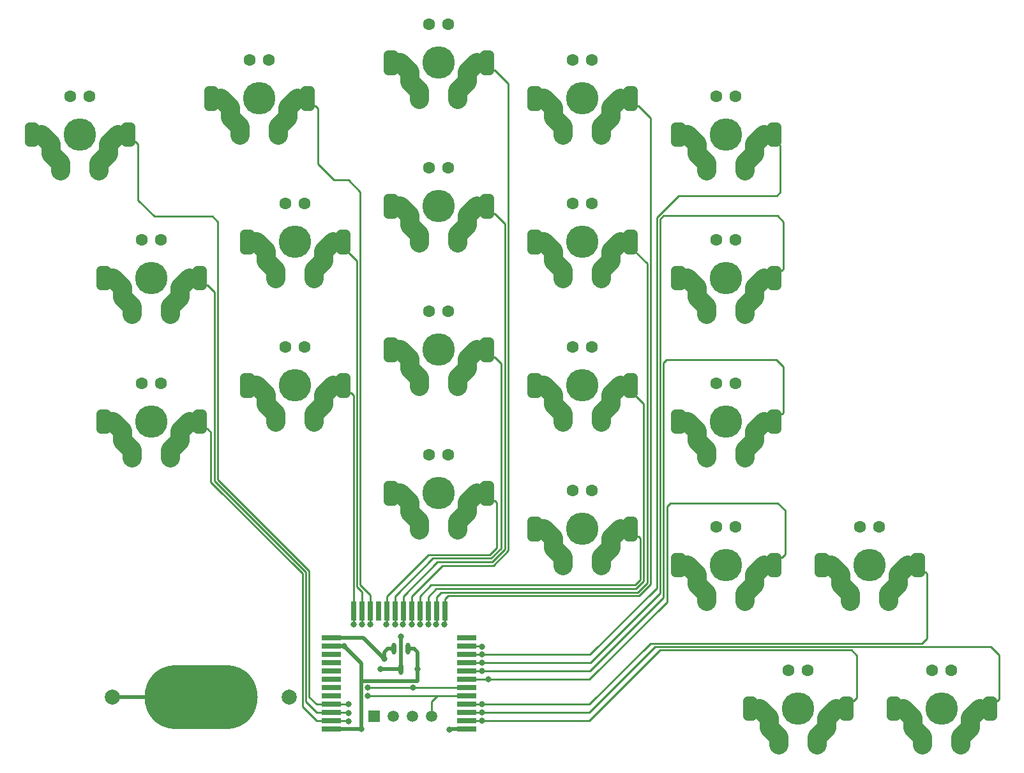
<source format=gbl>
G04 #@! TF.GenerationSoftware,KiCad,Pcbnew,(5.0.0-rc2-dev-301-g33f795be4)*
G04 #@! TF.CreationDate,2018-03-30T23:59:37+02:00*
G04 #@! TF.ProjectId,kissboard,6B697373626F6172642E6B696361645F,rev?*
G04 #@! TF.SameCoordinates,Original*
G04 #@! TF.FileFunction,Copper,L2,Bot,Signal*
G04 #@! TF.FilePolarity,Positive*
%FSLAX46Y46*%
G04 Gerber Fmt 4.6, Leading zero omitted, Abs format (unit mm)*
G04 Created by KiCad (PCBNEW (5.0.0-rc2-dev-301-g33f795be4)) date 03/30/18 23:59:37*
%MOMM*%
%LPD*%
G01*
G04 APERTURE LIST*
%ADD10C,1.000000*%
%ADD11O,2.500000X1.800000*%
%ADD12C,2.500000*%
%ADD13C,2.000000*%
%ADD14C,4.300000*%
%ADD15C,1.600000*%
%ADD16C,1.500000*%
%ADD17R,1.500000X1.500000*%
%ADD18O,15.000000X8.500000*%
%ADD19O,0.650000X1.550000*%
%ADD20R,0.800000X2.500000*%
%ADD21R,2.500000X0.800000*%
%ADD22C,0.800000*%
%ADD23C,0.250000*%
%ADD24C,1.270000*%
%ADD25C,2.540000*%
%ADD26C,0.500000*%
G04 APERTURE END LIST*
D10*
X150462500Y-115681250D03*
X150462500Y-117681250D03*
X150462500Y-116681250D03*
D11*
X159702500Y-121558050D03*
D12*
X153352500Y-119221250D03*
D11*
X154622500Y-121558050D03*
D12*
X160972500Y-119221250D03*
D13*
X152082500Y-116681250D03*
X162242500Y-116681250D03*
D14*
X157162500Y-116681250D03*
D10*
X163862500Y-116681250D03*
X163862500Y-115681250D03*
X163862500Y-117681250D03*
D15*
X158432500Y-111601250D03*
X155892500Y-111601250D03*
D16*
X89535000Y-117729000D03*
X86995000Y-117729000D03*
X84455000Y-117729000D03*
D17*
X81915000Y-117729000D03*
D13*
X47228000Y-115189000D03*
X70628000Y-115189000D03*
D18*
X58928000Y-115189000D03*
D10*
X45687500Y-77581250D03*
X45687500Y-79581250D03*
X45687500Y-78581250D03*
D11*
X54927500Y-83458050D03*
D12*
X48577500Y-81121250D03*
D11*
X49847500Y-83458050D03*
D12*
X56197500Y-81121250D03*
D13*
X47307500Y-78581250D03*
X57467500Y-78581250D03*
D14*
X52387500Y-78581250D03*
D10*
X59087500Y-78581250D03*
X59087500Y-77581250D03*
X59087500Y-79581250D03*
D15*
X53657500Y-73501250D03*
X51117500Y-73501250D03*
X65405000Y-30638750D03*
X67945000Y-30638750D03*
D10*
X73375000Y-36718750D03*
X73375000Y-34718750D03*
X73375000Y-35718750D03*
D14*
X66675000Y-35718750D03*
D13*
X71755000Y-35718750D03*
X61595000Y-35718750D03*
D12*
X70485000Y-38258750D03*
D11*
X64135000Y-40595550D03*
D12*
X62865000Y-38258750D03*
D11*
X69215000Y-40595550D03*
D10*
X59975000Y-35718750D03*
X59975000Y-36718750D03*
X59975000Y-34718750D03*
X83787500Y-29956250D03*
X83787500Y-31956250D03*
X83787500Y-30956250D03*
D11*
X93027500Y-35833050D03*
D12*
X86677500Y-33496250D03*
D11*
X87947500Y-35833050D03*
D12*
X94297500Y-33496250D03*
D13*
X85407500Y-30956250D03*
X95567500Y-30956250D03*
D14*
X90487500Y-30956250D03*
D10*
X97187500Y-30956250D03*
X97187500Y-29956250D03*
X97187500Y-31956250D03*
D15*
X91757500Y-25876250D03*
X89217500Y-25876250D03*
X108267500Y-30638750D03*
X110807500Y-30638750D03*
D10*
X116237500Y-36718750D03*
X116237500Y-34718750D03*
X116237500Y-35718750D03*
D14*
X109537500Y-35718750D03*
D13*
X114617500Y-35718750D03*
X104457500Y-35718750D03*
D12*
X113347500Y-38258750D03*
D11*
X106997500Y-40595550D03*
D12*
X105727500Y-38258750D03*
D11*
X112077500Y-40595550D03*
D10*
X102837500Y-35718750D03*
X102837500Y-36718750D03*
X102837500Y-34718750D03*
X121887500Y-39481250D03*
X121887500Y-41481250D03*
X121887500Y-40481250D03*
D11*
X131127500Y-45358050D03*
D12*
X124777500Y-43021250D03*
D11*
X126047500Y-45358050D03*
D12*
X132397500Y-43021250D03*
D13*
X123507500Y-40481250D03*
X133667500Y-40481250D03*
D14*
X128587500Y-40481250D03*
D10*
X135287500Y-40481250D03*
X135287500Y-39481250D03*
X135287500Y-41481250D03*
D15*
X129857500Y-35401250D03*
X127317500Y-35401250D03*
X51117500Y-54451250D03*
X53657500Y-54451250D03*
D10*
X59087500Y-60531250D03*
X59087500Y-58531250D03*
X59087500Y-59531250D03*
D14*
X52387500Y-59531250D03*
D13*
X57467500Y-59531250D03*
X47307500Y-59531250D03*
D12*
X56197500Y-62071250D03*
D11*
X49847500Y-64408050D03*
D12*
X48577500Y-62071250D03*
D11*
X54927500Y-64408050D03*
D10*
X45687500Y-59531250D03*
X45687500Y-60531250D03*
X45687500Y-58531250D03*
X64737500Y-53768750D03*
X64737500Y-55768750D03*
X64737500Y-54768750D03*
D11*
X73977500Y-59645550D03*
D12*
X67627500Y-57308750D03*
D11*
X68897500Y-59645550D03*
D12*
X75247500Y-57308750D03*
D13*
X66357500Y-54768750D03*
X76517500Y-54768750D03*
D14*
X71437500Y-54768750D03*
D10*
X78137500Y-54768750D03*
X78137500Y-53768750D03*
X78137500Y-55768750D03*
D15*
X72707500Y-49688750D03*
X70167500Y-49688750D03*
X89217500Y-44926250D03*
X91757500Y-44926250D03*
D10*
X97187500Y-51006250D03*
X97187500Y-49006250D03*
X97187500Y-50006250D03*
D14*
X90487500Y-50006250D03*
D13*
X95567500Y-50006250D03*
X85407500Y-50006250D03*
D12*
X94297500Y-52546250D03*
D11*
X87947500Y-54883050D03*
D12*
X86677500Y-52546250D03*
D11*
X93027500Y-54883050D03*
D10*
X83787500Y-50006250D03*
X83787500Y-51006250D03*
X83787500Y-49006250D03*
X102837500Y-53768750D03*
X102837500Y-55768750D03*
X102837500Y-54768750D03*
D11*
X112077500Y-59645550D03*
D12*
X105727500Y-57308750D03*
D11*
X106997500Y-59645550D03*
D12*
X113347500Y-57308750D03*
D13*
X104457500Y-54768750D03*
X114617500Y-54768750D03*
D14*
X109537500Y-54768750D03*
D10*
X116237500Y-54768750D03*
X116237500Y-53768750D03*
X116237500Y-55768750D03*
D15*
X110807500Y-49688750D03*
X108267500Y-49688750D03*
X127317500Y-54451250D03*
X129857500Y-54451250D03*
D10*
X135287500Y-60531250D03*
X135287500Y-58531250D03*
X135287500Y-59531250D03*
D14*
X128587500Y-59531250D03*
D13*
X133667500Y-59531250D03*
X123507500Y-59531250D03*
D12*
X132397500Y-62071250D03*
D11*
X126047500Y-64408050D03*
D12*
X124777500Y-62071250D03*
D11*
X131127500Y-64408050D03*
D10*
X121887500Y-59531250D03*
X121887500Y-60531250D03*
X121887500Y-58531250D03*
X102837500Y-72818750D03*
X102837500Y-74818750D03*
X102837500Y-73818750D03*
D11*
X112077500Y-78695550D03*
D12*
X105727500Y-76358750D03*
D11*
X106997500Y-78695550D03*
D12*
X113347500Y-76358750D03*
D13*
X104457500Y-73818750D03*
X114617500Y-73818750D03*
D14*
X109537500Y-73818750D03*
D10*
X116237500Y-73818750D03*
X116237500Y-72818750D03*
X116237500Y-74818750D03*
D15*
X110807500Y-68738750D03*
X108267500Y-68738750D03*
X127317500Y-73501250D03*
X129857500Y-73501250D03*
D10*
X135287500Y-79581250D03*
X135287500Y-77581250D03*
X135287500Y-78581250D03*
D14*
X128587500Y-78581250D03*
D13*
X133667500Y-78581250D03*
X123507500Y-78581250D03*
D12*
X132397500Y-81121250D03*
D11*
X126047500Y-83458050D03*
D12*
X124777500Y-81121250D03*
D11*
X131127500Y-83458050D03*
D10*
X121887500Y-78581250D03*
X121887500Y-79581250D03*
X121887500Y-77581250D03*
X83787500Y-87106250D03*
X83787500Y-89106250D03*
X83787500Y-88106250D03*
D11*
X93027500Y-92983050D03*
D12*
X86677500Y-90646250D03*
D11*
X87947500Y-92983050D03*
D12*
X94297500Y-90646250D03*
D13*
X85407500Y-88106250D03*
X95567500Y-88106250D03*
D14*
X90487500Y-88106250D03*
D10*
X97187500Y-88106250D03*
X97187500Y-87106250D03*
X97187500Y-89106250D03*
D15*
X91757500Y-83026250D03*
X89217500Y-83026250D03*
X108267500Y-87788750D03*
X110807500Y-87788750D03*
D10*
X116237500Y-93868750D03*
X116237500Y-91868750D03*
X116237500Y-92868750D03*
D14*
X109537500Y-92868750D03*
D13*
X114617500Y-92868750D03*
X104457500Y-92868750D03*
D12*
X113347500Y-95408750D03*
D11*
X106997500Y-97745550D03*
D12*
X105727500Y-95408750D03*
D11*
X112077500Y-97745550D03*
D10*
X102837500Y-92868750D03*
X102837500Y-93868750D03*
X102837500Y-91868750D03*
X121887500Y-96631250D03*
X121887500Y-98631250D03*
X121887500Y-97631250D03*
D11*
X131127500Y-102508050D03*
D12*
X124777500Y-100171250D03*
D11*
X126047500Y-102508050D03*
D12*
X132397500Y-100171250D03*
D13*
X123507500Y-97631250D03*
X133667500Y-97631250D03*
D14*
X128587500Y-97631250D03*
D10*
X135287500Y-97631250D03*
X135287500Y-96631250D03*
X135287500Y-98631250D03*
D15*
X129857500Y-92551250D03*
X127317500Y-92551250D03*
X146367500Y-92551250D03*
X148907500Y-92551250D03*
D10*
X154337500Y-98631250D03*
X154337500Y-96631250D03*
X154337500Y-97631250D03*
D14*
X147637500Y-97631250D03*
D13*
X152717500Y-97631250D03*
X142557500Y-97631250D03*
D12*
X151447500Y-100171250D03*
D11*
X145097500Y-102508050D03*
D12*
X143827500Y-100171250D03*
D11*
X150177500Y-102508050D03*
D10*
X140937500Y-97631250D03*
X140937500Y-98631250D03*
X140937500Y-96631250D03*
X131412500Y-115681250D03*
X131412500Y-117681250D03*
X131412500Y-116681250D03*
D11*
X140652500Y-121558050D03*
D12*
X134302500Y-119221250D03*
D11*
X135572500Y-121558050D03*
D12*
X141922500Y-119221250D03*
D13*
X133032500Y-116681250D03*
X143192500Y-116681250D03*
D14*
X138112500Y-116681250D03*
D10*
X144812500Y-116681250D03*
X144812500Y-115681250D03*
X144812500Y-117681250D03*
D15*
X139382500Y-111601250D03*
X136842500Y-111601250D03*
X89217500Y-63976250D03*
X91757500Y-63976250D03*
D10*
X97187500Y-70056250D03*
X97187500Y-68056250D03*
X97187500Y-69056250D03*
D14*
X90487500Y-69056250D03*
D13*
X95567500Y-69056250D03*
X85407500Y-69056250D03*
D12*
X94297500Y-71596250D03*
D11*
X87947500Y-73933050D03*
D12*
X86677500Y-71596250D03*
D11*
X93027500Y-73933050D03*
D10*
X83787500Y-69056250D03*
X83787500Y-70056250D03*
X83787500Y-68056250D03*
X64737500Y-72818750D03*
X64737500Y-74818750D03*
X64737500Y-73818750D03*
D11*
X73977500Y-78695550D03*
D12*
X67627500Y-76358750D03*
D11*
X68897500Y-78695550D03*
D12*
X75247500Y-76358750D03*
D13*
X66357500Y-73818750D03*
X76517500Y-73818750D03*
D14*
X71437500Y-73818750D03*
D10*
X78137500Y-73818750D03*
X78137500Y-72818750D03*
X78137500Y-74818750D03*
D15*
X72707500Y-68738750D03*
X70167500Y-68738750D03*
D19*
X85471000Y-111434000D03*
X86421000Y-108784000D03*
X84521000Y-108784000D03*
D15*
X41592500Y-35401250D03*
X44132500Y-35401250D03*
D10*
X49562500Y-41481250D03*
X49562500Y-39481250D03*
X49562500Y-40481250D03*
D14*
X42862500Y-40481250D03*
D13*
X47942500Y-40481250D03*
X37782500Y-40481250D03*
D12*
X46672500Y-43021250D03*
D11*
X40322500Y-45358050D03*
D12*
X39052500Y-43021250D03*
D11*
X45402500Y-45358050D03*
D10*
X36162500Y-40481250D03*
X36162500Y-41481250D03*
X36162500Y-39481250D03*
D20*
X79166000Y-103759000D03*
X80266000Y-103759000D03*
X81366000Y-103759000D03*
X82466000Y-103759000D03*
X83566000Y-103759000D03*
X84666000Y-103759000D03*
X85766000Y-103759000D03*
X86866000Y-103759000D03*
X87966000Y-103759000D03*
X89066000Y-103759000D03*
X90166000Y-103759000D03*
X91266000Y-103759000D03*
D21*
X76216000Y-119459000D03*
X76216000Y-118359000D03*
X76216000Y-117259000D03*
X76216000Y-116159000D03*
X76216000Y-115059000D03*
X76216000Y-113959000D03*
X76216000Y-112859000D03*
X76216000Y-111759000D03*
X76216000Y-110659000D03*
X76216000Y-109559000D03*
X76216000Y-108459000D03*
X76216000Y-107359000D03*
X94216000Y-107359000D03*
X94216000Y-108459000D03*
X94216000Y-109559000D03*
X94216000Y-110659000D03*
X94216000Y-111759000D03*
X94216000Y-112859000D03*
X94216000Y-113959000D03*
X94216000Y-115059000D03*
X94216000Y-116159000D03*
X94216000Y-117259000D03*
X94216000Y-118359000D03*
X94216000Y-119459000D03*
D22*
X86870540Y-105524300D03*
X89062560Y-105554780D03*
X90149680Y-105559860D03*
X85758020Y-105524300D03*
X84669996Y-105512500D03*
X81363820Y-105512500D03*
X80266540Y-105512500D03*
X79161640Y-105512500D03*
X78486000Y-116141500D03*
X78486000Y-117284500D03*
X78486000Y-118427500D03*
X96199960Y-116159000D03*
X91937240Y-119481000D03*
X96235520Y-108481000D03*
X77966000Y-108459000D03*
X80200500Y-119459000D03*
X87693500Y-111442500D03*
X96240600Y-111759000D03*
X91254580Y-105559860D03*
X96227900Y-109559000D03*
X96227900Y-110659000D03*
X83248500Y-110109000D03*
X87967820Y-105570020D03*
X97030540Y-112859000D03*
X96199960Y-118359000D03*
X83550760Y-105512500D03*
X87058500Y-113959000D03*
X81065000Y-113943500D03*
X81065000Y-115062000D03*
X82765000Y-111442500D03*
X85471000Y-107124501D03*
X96199960Y-117259000D03*
D23*
X86866000Y-105519760D02*
X86870540Y-105524300D01*
X86866000Y-103759000D02*
X86866000Y-105519760D01*
X90926490Y-97732010D02*
X86866000Y-101792500D01*
X99700509Y-95756721D02*
X97725220Y-97732010D01*
X97725220Y-97732010D02*
X90926490Y-97732010D01*
X99700510Y-33762154D02*
X99700509Y-95756721D01*
X97187500Y-31956250D02*
X97894606Y-31956250D01*
X97894606Y-31956250D02*
X99700510Y-33762154D01*
X86866000Y-101792500D02*
X86866000Y-103759000D01*
D24*
X97187500Y-31956250D02*
X96567500Y-31956250D01*
X96567500Y-31956250D02*
X95567500Y-30956250D01*
X97187500Y-30956250D02*
X95567500Y-30956250D01*
X97187500Y-29956250D02*
X96567500Y-29956250D01*
X96567500Y-29956250D02*
X95567500Y-30956250D01*
X97187500Y-29956250D02*
X97187500Y-31956250D01*
D25*
X94297500Y-33496250D02*
X94297500Y-32226250D01*
X94297500Y-32226250D02*
X95567500Y-30956250D01*
X93027500Y-35833050D02*
X93027500Y-34766250D01*
X93027500Y-34766250D02*
X94297500Y-33496250D01*
D23*
X89066000Y-105551340D02*
X89062560Y-105554780D01*
X89066000Y-103759000D02*
X89066000Y-105551340D01*
X117671008Y-76252258D02*
X117671008Y-99817902D01*
X116237500Y-74818750D02*
X117671008Y-76252258D01*
X117671008Y-99817902D02*
X116656421Y-100832489D01*
X116656421Y-100832489D02*
X90112011Y-100832489D01*
X90112011Y-100832489D02*
X89066000Y-101878500D01*
X89066000Y-101878500D02*
X89066000Y-103759000D01*
D24*
X116237500Y-72818750D02*
X115617500Y-72818750D01*
X115617500Y-72818750D02*
X114617500Y-73818750D01*
X116237500Y-73818750D02*
X114617500Y-73818750D01*
X116237500Y-74818750D02*
X115617500Y-74818750D01*
X115617500Y-74818750D02*
X114617500Y-73818750D01*
X116237500Y-72818750D02*
X116237500Y-74818750D01*
D25*
X113347500Y-76358750D02*
X113347500Y-75088750D01*
X113347500Y-75088750D02*
X114617500Y-73818750D01*
X112077500Y-78695550D02*
X112077500Y-77628750D01*
X112077500Y-77628750D02*
X113347500Y-76358750D01*
D23*
X90166000Y-105543540D02*
X90149680Y-105559860D01*
X90166000Y-103759000D02*
X90166000Y-105543540D01*
X118121019Y-57652269D02*
X118121019Y-100004302D01*
X116237500Y-55768750D02*
X118121019Y-57652269D01*
X118121019Y-100004302D02*
X116842821Y-101282500D01*
X116842821Y-101282500D02*
X90805000Y-101282500D01*
X90805000Y-101282500D02*
X90166000Y-101921500D01*
X90166000Y-101921500D02*
X90166000Y-103759000D01*
D25*
X113347500Y-57308750D02*
X113347500Y-56038750D01*
X113347500Y-56038750D02*
X114617500Y-54768750D01*
X112077500Y-59645550D02*
X112077500Y-58578750D01*
X112077500Y-58578750D02*
X113347500Y-57308750D01*
D24*
X116237500Y-55768750D02*
X116237500Y-53768750D01*
X116237500Y-55768750D02*
X115617500Y-55768750D01*
X115617500Y-55768750D02*
X114617500Y-54768750D01*
X116237500Y-54768750D02*
X114617500Y-54768750D01*
X116237500Y-53768750D02*
X115617500Y-53768750D01*
X115617500Y-53768750D02*
X114617500Y-54768750D01*
D23*
X85766000Y-105516320D02*
X85758020Y-105524300D01*
X85766000Y-103759000D02*
X85766000Y-105516320D01*
X90279410Y-97282000D02*
X85766000Y-101795410D01*
X99250500Y-95570320D02*
X97538820Y-97282000D01*
X97538820Y-97282000D02*
X90279410Y-97282000D01*
X99250500Y-52362144D02*
X99250500Y-95570320D01*
X97187500Y-51006250D02*
X97894606Y-51006250D01*
X97894606Y-51006250D02*
X99250500Y-52362144D01*
X85766000Y-101795410D02*
X85766000Y-103759000D01*
D24*
X97187500Y-49006250D02*
X96567500Y-49006250D01*
X96567500Y-49006250D02*
X95567500Y-50006250D01*
X97187500Y-50006250D02*
X95567500Y-50006250D01*
X97187500Y-51006250D02*
X96567500Y-51006250D01*
X96567500Y-51006250D02*
X95567500Y-50006250D01*
X97187500Y-49006250D02*
X97187500Y-51006250D01*
D25*
X94297500Y-52546250D02*
X94297500Y-51276250D01*
X94297500Y-51276250D02*
X95567500Y-50006250D01*
X93027500Y-54883050D02*
X93027500Y-53816250D01*
X93027500Y-53816250D02*
X94297500Y-52546250D01*
D23*
X84666000Y-105508504D02*
X84669996Y-105512500D01*
X84666000Y-103759000D02*
X84666000Y-105508504D01*
X89719990Y-96779510D02*
X84666000Y-101833500D01*
X97404900Y-96779510D02*
X89719990Y-96779510D01*
X98742500Y-95441910D02*
X97404900Y-96779510D01*
X98742500Y-70904144D02*
X98742500Y-95441910D01*
X97187500Y-70056250D02*
X97894606Y-70056250D01*
X97894606Y-70056250D02*
X98742500Y-70904144D01*
X84666000Y-101833500D02*
X84666000Y-103759000D01*
D24*
X97187500Y-70056250D02*
X96567500Y-70056250D01*
X96567500Y-70056250D02*
X95567500Y-69056250D01*
X97187500Y-69056250D02*
X95567500Y-69056250D01*
X97187500Y-68056250D02*
X96567500Y-68056250D01*
X96567500Y-68056250D02*
X95567500Y-69056250D01*
X97187500Y-68056250D02*
X97187500Y-70056250D01*
D25*
X94297500Y-71596250D02*
X94297500Y-70326250D01*
X94297500Y-70326250D02*
X95567500Y-69056250D01*
X93027500Y-73933050D02*
X93027500Y-72866250D01*
X93027500Y-72866250D02*
X94297500Y-71596250D01*
D23*
X81366000Y-105510320D02*
X81363820Y-105512500D01*
X81366000Y-103759000D02*
X81366000Y-105510320D01*
X73375000Y-36718750D02*
X74082106Y-36718750D01*
X74082106Y-36718750D02*
X74422000Y-37058644D01*
X74422000Y-44386500D02*
X76581000Y-46545500D01*
X74422000Y-37058644D02*
X74422000Y-44386500D01*
X81366000Y-101622500D02*
X81366000Y-103759000D01*
X76581000Y-46545500D02*
X78486000Y-46545500D01*
X78486000Y-46545500D02*
X80073500Y-48133000D01*
X80073500Y-48133000D02*
X80073500Y-100330000D01*
X80073500Y-100330000D02*
X81366000Y-101622500D01*
D24*
X73375000Y-34718750D02*
X72755000Y-34718750D01*
X72755000Y-34718750D02*
X71755000Y-35718750D01*
X73375000Y-35718750D02*
X71755000Y-35718750D01*
X73375000Y-36718750D02*
X72755000Y-36718750D01*
X72755000Y-36718750D02*
X71755000Y-35718750D01*
X73375000Y-34718750D02*
X73375000Y-36718750D01*
D25*
X70485000Y-38258750D02*
X70485000Y-36988750D01*
X70485000Y-36988750D02*
X71755000Y-35718750D01*
X69215000Y-40595550D02*
X69215000Y-39528750D01*
X69215000Y-39528750D02*
X70485000Y-38258750D01*
D23*
X80266000Y-105511960D02*
X80266540Y-105512500D01*
X80266000Y-103759000D02*
X80266000Y-105511960D01*
X79623489Y-57254739D02*
X79623489Y-100578489D01*
X78137500Y-55768750D02*
X79623489Y-57254739D01*
X80266000Y-101221000D02*
X80266000Y-102259000D01*
X80266000Y-102259000D02*
X80266000Y-103759000D01*
X79623489Y-100578489D02*
X80266000Y-101221000D01*
D24*
X78137500Y-55768750D02*
X77517500Y-55768750D01*
X77517500Y-55768750D02*
X76517500Y-54768750D01*
X78137500Y-54768750D02*
X76517500Y-54768750D01*
X78137500Y-53768750D02*
X77517500Y-53768750D01*
X77517500Y-53768750D02*
X76517500Y-54768750D01*
X78137500Y-53768750D02*
X78137500Y-55768750D01*
D25*
X75247500Y-57308750D02*
X75247500Y-56038750D01*
X75247500Y-56038750D02*
X76517500Y-54768750D01*
X73977500Y-59645550D02*
X73977500Y-58578750D01*
X73977500Y-58578750D02*
X75247500Y-57308750D01*
D23*
X79166000Y-105508140D02*
X79161640Y-105512500D01*
X79166000Y-103759000D02*
X79166000Y-105508140D01*
X78844606Y-74818750D02*
X79166000Y-75140144D01*
X78137500Y-74818750D02*
X78844606Y-74818750D01*
X79166000Y-75140144D02*
X79166000Y-93109500D01*
X79166000Y-93109500D02*
X79166000Y-103759000D01*
D24*
X78137500Y-72818750D02*
X77517500Y-72818750D01*
X77517500Y-72818750D02*
X76517500Y-73818750D01*
X78137500Y-73818750D02*
X76517500Y-73818750D01*
X78137500Y-74818750D02*
X77517500Y-74818750D01*
X77517500Y-74818750D02*
X76517500Y-73818750D01*
X78137500Y-72818750D02*
X78137500Y-74818750D01*
D25*
X75247500Y-76358750D02*
X75247500Y-75088750D01*
X75247500Y-75088750D02*
X76517500Y-73818750D01*
X73977500Y-78695550D02*
X73977500Y-77628750D01*
X73977500Y-77628750D02*
X75247500Y-76358750D01*
D23*
X78468500Y-116159000D02*
X78486000Y-116141500D01*
X76216000Y-116159000D02*
X78468500Y-116159000D01*
X73290020Y-98433200D02*
X73290020Y-115196610D01*
X73290020Y-115196610D02*
X74252410Y-116159000D01*
X61161520Y-86304700D02*
X73290020Y-98433200D01*
X61161520Y-52081020D02*
X61161520Y-86304700D01*
X50269606Y-41481250D02*
X50609500Y-41821144D01*
X74252410Y-116159000D02*
X76216000Y-116159000D01*
X49562500Y-41481250D02*
X50269606Y-41481250D01*
X50609500Y-41821144D02*
X50609500Y-49212500D01*
X50609500Y-49212500D02*
X52768500Y-51371500D01*
X52768500Y-51371500D02*
X60452000Y-51371500D01*
X60452000Y-51371500D02*
X61161520Y-52081020D01*
D24*
X49562500Y-39481250D02*
X49562500Y-41481250D01*
X49562500Y-41481250D02*
X48942500Y-41481250D01*
X48942500Y-41481250D02*
X47942500Y-40481250D01*
X47942500Y-40481250D02*
X49562500Y-40481250D01*
X49562500Y-39481250D02*
X48942500Y-39481250D01*
X48942500Y-39481250D02*
X47942500Y-40481250D01*
D25*
X46672500Y-43021250D02*
X46672500Y-41751250D01*
X46672500Y-41751250D02*
X47942500Y-40481250D01*
X45402500Y-45358050D02*
X45402500Y-44291250D01*
X45402500Y-44291250D02*
X46672500Y-43021250D01*
D23*
X78460500Y-117259000D02*
X78486000Y-117284500D01*
X76216000Y-117259000D02*
X78460500Y-117259000D01*
X74269500Y-117259000D02*
X76216000Y-117259000D01*
X59794606Y-60531250D02*
X60711510Y-61448154D01*
X59087500Y-60531250D02*
X59794606Y-60531250D01*
X60711510Y-61448154D02*
X60711510Y-86491100D01*
X60711510Y-86491100D02*
X72840010Y-98619600D01*
X72840010Y-98619600D02*
X72840010Y-115829510D01*
X72840010Y-115829510D02*
X74269500Y-117259000D01*
D24*
X59087500Y-60531250D02*
X58467500Y-60531250D01*
X58467500Y-60531250D02*
X57467500Y-59531250D01*
X59087500Y-59531250D02*
X57467500Y-59531250D01*
X59087500Y-58531250D02*
X58467500Y-58531250D01*
X58467500Y-58531250D02*
X57467500Y-59531250D01*
X59087500Y-58531250D02*
X59087500Y-60531250D01*
D25*
X56197500Y-62071250D02*
X56197500Y-60801250D01*
X56197500Y-60801250D02*
X57467500Y-59531250D01*
X54927500Y-64408050D02*
X54927500Y-63341250D01*
X54927500Y-63341250D02*
X56197500Y-62071250D01*
D23*
X78417500Y-118359000D02*
X78486000Y-118427500D01*
X76216000Y-118359000D02*
X78417500Y-118359000D01*
X74290000Y-118359000D02*
X76216000Y-118359000D01*
X59087500Y-79581250D02*
X59794606Y-79581250D01*
X60261500Y-80048144D02*
X60261500Y-86677500D01*
X60261500Y-86677500D02*
X72390000Y-98806000D01*
X72390000Y-98806000D02*
X72390000Y-116459000D01*
X59794606Y-79581250D02*
X60261500Y-80048144D01*
X72390000Y-116459000D02*
X74290000Y-118359000D01*
D24*
X59087500Y-77581250D02*
X58467500Y-77581250D01*
X58467500Y-77581250D02*
X57467500Y-78581250D01*
X59087500Y-78581250D02*
X57467500Y-78581250D01*
X59087500Y-79581250D02*
X58467500Y-79581250D01*
X58467500Y-79581250D02*
X57467500Y-78581250D01*
X59087500Y-77581250D02*
X59087500Y-79581250D01*
D25*
X56197500Y-81121250D02*
X56197500Y-79851250D01*
X56197500Y-79851250D02*
X57467500Y-78581250D01*
X54927500Y-83458050D02*
X54927500Y-82391250D01*
X54927500Y-82391250D02*
X56197500Y-81121250D01*
D23*
X96199960Y-116159000D02*
X95716000Y-116159000D01*
X110472500Y-116159000D02*
X96199960Y-116159000D01*
X118560010Y-108071490D02*
X110472500Y-116159000D01*
X154564510Y-108071490D02*
X118560010Y-108071490D01*
X155257500Y-107378500D02*
X154564510Y-108071490D01*
X155257500Y-98844144D02*
X155257500Y-107378500D01*
X154337500Y-98631250D02*
X155044606Y-98631250D01*
X155044606Y-98631250D02*
X155257500Y-98844144D01*
X95716000Y-116159000D02*
X94216000Y-116159000D01*
D24*
X154337500Y-98631250D02*
X153717500Y-98631250D01*
X153717500Y-98631250D02*
X152717500Y-97631250D01*
X154337500Y-97631250D02*
X152717500Y-97631250D01*
X154337500Y-96631250D02*
X153717500Y-96631250D01*
X153717500Y-96631250D02*
X152717500Y-97631250D01*
X154337500Y-96631250D02*
X154337500Y-98631250D01*
D25*
X151447500Y-100171250D02*
X151447500Y-98901250D01*
X151447500Y-98901250D02*
X152717500Y-97631250D01*
X150177500Y-102508050D02*
X150177500Y-101441250D01*
X150177500Y-101441250D02*
X151447500Y-100171250D01*
D26*
X91959240Y-119459000D02*
X91937240Y-119481000D01*
X94216000Y-119459000D02*
X91959240Y-119459000D01*
D23*
X94216000Y-108459000D02*
X96213520Y-108459000D01*
X96213520Y-108459000D02*
X96235520Y-108481000D01*
D24*
X131412500Y-117681250D02*
X132032500Y-117681250D01*
X132032500Y-117681250D02*
X133032500Y-116681250D01*
X131412500Y-116681250D02*
X133032500Y-116681250D01*
X131412500Y-115681250D02*
X132032500Y-115681250D01*
X132032500Y-115681250D02*
X133032500Y-116681250D01*
X131412500Y-115681250D02*
X131412500Y-117681250D01*
X150462500Y-115681250D02*
X151082500Y-115681250D01*
X151082500Y-115681250D02*
X152082500Y-116681250D01*
X150462500Y-116681250D02*
X152082500Y-116681250D01*
X150462500Y-117681250D02*
X151082500Y-117681250D01*
X151082500Y-117681250D02*
X152082500Y-116681250D01*
X150462500Y-115681250D02*
X150462500Y-117681250D01*
X140937500Y-98631250D02*
X141557500Y-98631250D01*
X141557500Y-98631250D02*
X142557500Y-97631250D01*
X140937500Y-97631250D02*
X142557500Y-97631250D01*
X140937500Y-96631250D02*
X141557500Y-96631250D01*
X141557500Y-96631250D02*
X142557500Y-97631250D01*
X140937500Y-96631250D02*
X140937500Y-98631250D01*
X121887500Y-96631250D02*
X122507500Y-96631250D01*
X122507500Y-96631250D02*
X123507500Y-97631250D01*
X121887500Y-97631250D02*
X123507500Y-97631250D01*
X121887500Y-98631250D02*
X122507500Y-98631250D01*
X122507500Y-98631250D02*
X123507500Y-97631250D01*
X121887500Y-96631250D02*
X121887500Y-98631250D01*
X102837500Y-93868750D02*
X103457500Y-93868750D01*
X103457500Y-93868750D02*
X104457500Y-92868750D01*
X102837500Y-92868750D02*
X104457500Y-92868750D01*
X102837500Y-91868750D02*
X103457500Y-91868750D01*
X103457500Y-91868750D02*
X104457500Y-92868750D01*
X102837500Y-91868750D02*
X102837500Y-93868750D01*
X83787500Y-87106250D02*
X84407500Y-87106250D01*
X84407500Y-87106250D02*
X85407500Y-88106250D01*
X83787500Y-88106250D02*
X85407500Y-88106250D01*
X83787500Y-89106250D02*
X84407500Y-89106250D01*
X84407500Y-89106250D02*
X85407500Y-88106250D01*
X83787500Y-87106250D02*
X83787500Y-89106250D01*
X121887500Y-77581250D02*
X122507500Y-77581250D01*
X122507500Y-77581250D02*
X123507500Y-78581250D01*
X121887500Y-78581250D02*
X123507500Y-78581250D01*
X121887500Y-79581250D02*
X122507500Y-79581250D01*
X122507500Y-79581250D02*
X123507500Y-78581250D01*
X121887500Y-77581250D02*
X121887500Y-79581250D01*
X102837500Y-72818750D02*
X103457500Y-72818750D01*
X103457500Y-72818750D02*
X104457500Y-73818750D01*
X102837500Y-73818750D02*
X104457500Y-73818750D01*
X102837500Y-74818750D02*
X103457500Y-74818750D01*
X103457500Y-74818750D02*
X104457500Y-73818750D01*
X102837500Y-72818750D02*
X102837500Y-74818750D01*
X83787500Y-70056250D02*
X84407500Y-70056250D01*
X84407500Y-70056250D02*
X85407500Y-69056250D01*
X83787500Y-69056250D02*
X85407500Y-69056250D01*
X83787500Y-68056250D02*
X84407500Y-68056250D01*
X84407500Y-68056250D02*
X85407500Y-69056250D01*
X83787500Y-68056250D02*
X83787500Y-70056250D01*
X64737500Y-74818750D02*
X65357500Y-74818750D01*
X65357500Y-74818750D02*
X66357500Y-73818750D01*
X64737500Y-73818750D02*
X66357500Y-73818750D01*
X64737500Y-72818750D02*
X65357500Y-72818750D01*
X65357500Y-72818750D02*
X66357500Y-73818750D01*
X64737500Y-72818750D02*
X64737500Y-74818750D01*
X45687500Y-79581250D02*
X46307500Y-79581250D01*
X46307500Y-79581250D02*
X47307500Y-78581250D01*
X45687500Y-78581250D02*
X47307500Y-78581250D01*
X45687500Y-77581250D02*
X46307500Y-77581250D01*
X46307500Y-77581250D02*
X47307500Y-78581250D01*
X45687500Y-77581250D02*
X45687500Y-79581250D01*
X121887500Y-60531250D02*
X122507500Y-60531250D01*
X122507500Y-60531250D02*
X123507500Y-59531250D01*
X121887500Y-59531250D02*
X123507500Y-59531250D01*
X121887500Y-58531250D02*
X122507500Y-58531250D01*
X122507500Y-58531250D02*
X123507500Y-59531250D01*
X121887500Y-58531250D02*
X121887500Y-60531250D01*
X121887500Y-41481250D02*
X121887500Y-39481250D01*
X121887500Y-41481250D02*
X122507500Y-41481250D01*
X122507500Y-41481250D02*
X123507500Y-40481250D01*
X121887500Y-40481250D02*
X123507500Y-40481250D01*
X121887500Y-39481250D02*
X122507500Y-39481250D01*
X122507500Y-39481250D02*
X123507500Y-40481250D01*
X102837500Y-36718750D02*
X103457500Y-36718750D01*
X103457500Y-36718750D02*
X104457500Y-35718750D01*
X102837500Y-35718750D02*
X104457500Y-35718750D01*
X102837500Y-34718750D02*
X103457500Y-34718750D01*
X103457500Y-34718750D02*
X104457500Y-35718750D01*
X102837500Y-34718750D02*
X102837500Y-36718750D01*
X102837500Y-55768750D02*
X103457500Y-55768750D01*
X103457500Y-55768750D02*
X104457500Y-54768750D01*
X102837500Y-54768750D02*
X104457500Y-54768750D01*
X102837500Y-53768750D02*
X103457500Y-53768750D01*
X103457500Y-53768750D02*
X104457500Y-54768750D01*
X102837500Y-55768750D02*
X102837500Y-53768750D01*
X83787500Y-31956250D02*
X84407500Y-31956250D01*
X84407500Y-31956250D02*
X85407500Y-30956250D01*
X83787500Y-30956250D02*
X85407500Y-30956250D01*
X83787500Y-29956250D02*
X84407500Y-29956250D01*
X84407500Y-29956250D02*
X85407500Y-30956250D01*
X83787500Y-29956250D02*
X83787500Y-31956250D01*
X83787500Y-51006250D02*
X84407500Y-51006250D01*
X84407500Y-51006250D02*
X85407500Y-50006250D01*
X83787500Y-50006250D02*
X85407500Y-50006250D01*
X83787500Y-49006250D02*
X84407500Y-49006250D01*
X84407500Y-49006250D02*
X85407500Y-50006250D01*
X83787500Y-49006250D02*
X83787500Y-51006250D01*
X64737500Y-55768750D02*
X65357500Y-55768750D01*
X65357500Y-55768750D02*
X66357500Y-54768750D01*
X64737500Y-54768750D02*
X66357500Y-54768750D01*
X64737500Y-53768750D02*
X65357500Y-53768750D01*
X65357500Y-53768750D02*
X66357500Y-54768750D01*
X64737500Y-53768750D02*
X64737500Y-55768750D01*
X45687500Y-60531250D02*
X46307500Y-60531250D01*
X46307500Y-60531250D02*
X47307500Y-59531250D01*
X45687500Y-59531250D02*
X47307500Y-59531250D01*
X45687500Y-58531250D02*
X46307500Y-58531250D01*
X46307500Y-58531250D02*
X47307500Y-59531250D01*
X45687500Y-58531250D02*
X45687500Y-60531250D01*
X59975000Y-36718750D02*
X60595000Y-36718750D01*
X60595000Y-36718750D02*
X61595000Y-35718750D01*
X59975000Y-35718750D02*
X61595000Y-35718750D01*
X59975000Y-34718750D02*
X60595000Y-34718750D01*
X60595000Y-34718750D02*
X61595000Y-35718750D01*
X59975000Y-34718750D02*
X59975000Y-36718750D01*
X36162500Y-39481250D02*
X36162500Y-41481250D01*
X36162500Y-41481250D02*
X36782500Y-41481250D01*
X36782500Y-41481250D02*
X37782500Y-40481250D01*
X36162500Y-40481250D02*
X37782500Y-40481250D01*
X36162500Y-39481250D02*
X36782500Y-39481250D01*
X36782500Y-39481250D02*
X37782500Y-40481250D01*
D25*
X153352500Y-119221250D02*
X153352500Y-117951250D01*
X153352500Y-117951250D02*
X152082500Y-116681250D01*
X154622500Y-121558050D02*
X154622500Y-120491250D01*
X154622500Y-120491250D02*
X153352500Y-119221250D01*
X134302500Y-119221250D02*
X134302500Y-117951250D01*
X134302500Y-117951250D02*
X133032500Y-116681250D01*
X135572500Y-121558050D02*
X135572500Y-120491250D01*
X135572500Y-120491250D02*
X134302500Y-119221250D01*
X143827500Y-100171250D02*
X143827500Y-98901250D01*
X143827500Y-98901250D02*
X142557500Y-97631250D01*
X145097500Y-102508050D02*
X145097500Y-101441250D01*
X145097500Y-101441250D02*
X143827500Y-100171250D01*
X124777500Y-100171250D02*
X124777500Y-98901250D01*
X124777500Y-98901250D02*
X123507500Y-97631250D01*
X126047500Y-102508050D02*
X126047500Y-101441250D01*
X126047500Y-101441250D02*
X124777500Y-100171250D01*
X105727500Y-95408750D02*
X105727500Y-94138750D01*
X105727500Y-94138750D02*
X104457500Y-92868750D01*
X106997500Y-97745550D02*
X106997500Y-96678750D01*
X106997500Y-96678750D02*
X105727500Y-95408750D01*
X86677500Y-90646250D02*
X86677500Y-89376250D01*
X86677500Y-89376250D02*
X85407500Y-88106250D01*
X87947500Y-92983050D02*
X87947500Y-91916250D01*
X87947500Y-91916250D02*
X86677500Y-90646250D01*
X124777500Y-81121250D02*
X124777500Y-79851250D01*
X124777500Y-79851250D02*
X123507500Y-78581250D01*
X126047500Y-83458050D02*
X126047500Y-82391250D01*
X126047500Y-82391250D02*
X124777500Y-81121250D01*
X105727500Y-76358750D02*
X105727500Y-75088750D01*
X105727500Y-75088750D02*
X104457500Y-73818750D01*
X106997500Y-78695550D02*
X106997500Y-77628750D01*
X106997500Y-77628750D02*
X105727500Y-76358750D01*
X86677500Y-71596250D02*
X86677500Y-70326250D01*
X86677500Y-70326250D02*
X85407500Y-69056250D01*
X87947500Y-73933050D02*
X87947500Y-72866250D01*
X87947500Y-72866250D02*
X86677500Y-71596250D01*
X67627500Y-76358750D02*
X67627500Y-75088750D01*
X67627500Y-75088750D02*
X66357500Y-73818750D01*
X68897500Y-78695550D02*
X68897500Y-77628750D01*
X68897500Y-77628750D02*
X67627500Y-76358750D01*
X124777500Y-62071250D02*
X124777500Y-60801250D01*
X124777500Y-60801250D02*
X123507500Y-59531250D01*
X126047500Y-64408050D02*
X126047500Y-63341250D01*
X126047500Y-63341250D02*
X124777500Y-62071250D01*
X105727500Y-57308750D02*
X105727500Y-56038750D01*
X105727500Y-56038750D02*
X104457500Y-54768750D01*
X106997500Y-59645550D02*
X106997500Y-58578750D01*
X106997500Y-58578750D02*
X105727500Y-57308750D01*
X86677500Y-52546250D02*
X86677500Y-51276250D01*
X86677500Y-51276250D02*
X85407500Y-50006250D01*
X87947500Y-54883050D02*
X87947500Y-53816250D01*
X87947500Y-53816250D02*
X86677500Y-52546250D01*
X67627500Y-57308750D02*
X67627500Y-56038750D01*
X67627500Y-56038750D02*
X66357500Y-54768750D01*
X68897500Y-59645550D02*
X68897500Y-58578750D01*
X68897500Y-58578750D02*
X67627500Y-57308750D01*
X124777500Y-43021250D02*
X124777500Y-41751250D01*
X124777500Y-41751250D02*
X123507500Y-40481250D01*
X126047500Y-45358050D02*
X126047500Y-44291250D01*
X126047500Y-44291250D02*
X124777500Y-43021250D01*
X105727500Y-38258750D02*
X105727500Y-36988750D01*
X105727500Y-36988750D02*
X104457500Y-35718750D01*
X106997500Y-40595550D02*
X106997500Y-39528750D01*
X106997500Y-39528750D02*
X105727500Y-38258750D01*
X86677500Y-33496250D02*
X86677500Y-32226250D01*
X86677500Y-32226250D02*
X85407500Y-30956250D01*
X87947500Y-35833050D02*
X87947500Y-34766250D01*
X87947500Y-34766250D02*
X86677500Y-33496250D01*
X62865000Y-38258750D02*
X62865000Y-36988750D01*
X62865000Y-36988750D02*
X61595000Y-35718750D01*
X64135000Y-40595550D02*
X64135000Y-39528750D01*
X64135000Y-39528750D02*
X62865000Y-38258750D01*
X48577500Y-81121250D02*
X48577500Y-79851250D01*
X48577500Y-79851250D02*
X47307500Y-78581250D01*
X49847500Y-83458050D02*
X49847500Y-82391250D01*
X49847500Y-82391250D02*
X48577500Y-81121250D01*
X48577500Y-62071250D02*
X48577500Y-60801250D01*
X48577500Y-60801250D02*
X47307500Y-59531250D01*
X49847500Y-64408050D02*
X49847500Y-63341250D01*
X49847500Y-63341250D02*
X48577500Y-62071250D01*
X39052500Y-43021250D02*
X39052500Y-41751250D01*
X40322500Y-45358050D02*
X40322500Y-44291250D01*
X40322500Y-44291250D02*
X39052500Y-43021250D01*
X39052500Y-41751250D02*
X37782500Y-40481250D01*
D26*
X80200500Y-113157000D02*
X80200500Y-110693500D01*
X80200500Y-119459000D02*
X80200500Y-113157000D01*
X87693500Y-111442500D02*
X87693500Y-113093500D01*
X87693500Y-113093500D02*
X80264000Y-113093500D01*
X80264000Y-113093500D02*
X80200500Y-113157000D01*
X76216000Y-119459000D02*
X80200500Y-119459000D01*
X80200500Y-110693500D02*
X77966000Y-108459000D01*
X77966000Y-108459000D02*
X76216000Y-108459000D01*
X87693500Y-111442500D02*
X87693500Y-109231500D01*
X87693500Y-109231500D02*
X87246000Y-108784000D01*
X87246000Y-108784000D02*
X86421000Y-108784000D01*
D23*
X120650000Y-70421500D02*
X120280022Y-70791478D01*
X135255000Y-70421500D02*
X120650000Y-70421500D01*
X136207500Y-71374000D02*
X135255000Y-70421500D01*
X136032750Y-77581250D02*
X136207500Y-77406500D01*
X136207500Y-77406500D02*
X136207500Y-71374000D01*
X135287500Y-77581250D02*
X136032750Y-77581250D01*
X120280022Y-70791478D02*
X120280022Y-101969978D01*
X120280022Y-101969978D02*
X110491000Y-111759000D01*
X110491000Y-111759000D02*
X96240600Y-111759000D01*
X96240600Y-111759000D02*
X95716000Y-111759000D01*
X94216000Y-111759000D02*
X96240600Y-111759000D01*
X95716000Y-111759000D02*
X94216000Y-111759000D01*
D24*
X135287500Y-77581250D02*
X134667500Y-77581250D01*
X134667500Y-77581250D02*
X133667500Y-78581250D01*
X135287500Y-78581250D02*
X133667500Y-78581250D01*
X135287500Y-79581250D02*
X134667500Y-79581250D01*
X134667500Y-79581250D02*
X133667500Y-78581250D01*
X135287500Y-77581250D02*
X135287500Y-79581250D01*
D25*
X132397500Y-81121250D02*
X132397500Y-79851250D01*
X132397500Y-79851250D02*
X133667500Y-78581250D01*
X131127500Y-83458050D02*
X131127500Y-82391250D01*
X131127500Y-82391250D02*
X132397500Y-81121250D01*
D23*
X91266000Y-105548440D02*
X91254580Y-105559860D01*
X91266000Y-103759000D02*
X91266000Y-105548440D01*
X91688490Y-101732510D02*
X91266000Y-102155000D01*
X117029221Y-101732510D02*
X91688490Y-101732510D01*
X118571028Y-100190703D02*
X117029221Y-101732510D01*
X91266000Y-102155000D02*
X91266000Y-103759000D01*
X118571029Y-38345173D02*
X118571028Y-100190703D01*
X116237500Y-36718750D02*
X116944606Y-36718750D01*
X116944606Y-36718750D02*
X118571029Y-38345173D01*
D24*
X116237500Y-36718750D02*
X115617500Y-36718750D01*
X115617500Y-36718750D02*
X114617500Y-35718750D01*
X116237500Y-35718750D02*
X114617500Y-35718750D01*
X116237500Y-34718750D02*
X115617500Y-34718750D01*
X115617500Y-34718750D02*
X114617500Y-35718750D01*
X116237500Y-34718750D02*
X116237500Y-36718750D01*
D25*
X113347500Y-38258750D02*
X113347500Y-36988750D01*
X113347500Y-36988750D02*
X114617500Y-35718750D01*
X112077500Y-40595550D02*
X112077500Y-39528750D01*
X112077500Y-39528750D02*
X113347500Y-38258750D01*
D23*
X110532000Y-109559000D02*
X96227900Y-109559000D01*
X96227900Y-109559000D02*
X95716000Y-109559000D01*
X95716000Y-109559000D02*
X94216000Y-109559000D01*
X135287500Y-41481250D02*
X135787499Y-41981249D01*
X119380000Y-51560590D02*
X119380000Y-100711000D01*
X135787499Y-41981249D02*
X135787499Y-48172001D01*
X135787499Y-48172001D02*
X135318500Y-48641000D01*
X135318500Y-48641000D02*
X122299590Y-48641000D01*
X122299590Y-48641000D02*
X119380000Y-51560590D01*
X119380000Y-100711000D02*
X110532000Y-109559000D01*
D24*
X135287500Y-41481250D02*
X134667500Y-41481250D01*
X134667500Y-41481250D02*
X133667500Y-40481250D01*
X135287500Y-40481250D02*
X133667500Y-40481250D01*
X135287500Y-39481250D02*
X134667500Y-39481250D01*
X134667500Y-39481250D02*
X133667500Y-40481250D01*
X135287500Y-39481250D02*
X135287500Y-41481250D01*
D25*
X132397500Y-43021250D02*
X132397500Y-41751250D01*
X132397500Y-41751250D02*
X133667500Y-40481250D01*
X131127500Y-45358050D02*
X131127500Y-44291250D01*
X131127500Y-44291250D02*
X132397500Y-43021250D01*
D23*
X120269000Y-51308000D02*
X119830011Y-51746989D01*
X135382000Y-51308000D02*
X120269000Y-51308000D01*
X136207500Y-52133500D02*
X135382000Y-51308000D01*
X136207500Y-58318356D02*
X136207500Y-52133500D01*
X135287500Y-58531250D02*
X135994606Y-58531250D01*
X135994606Y-58531250D02*
X136207500Y-58318356D01*
X119830011Y-51746989D02*
X119830011Y-101403989D01*
X119830011Y-101403989D02*
X110575000Y-110659000D01*
X110575000Y-110659000D02*
X96227900Y-110659000D01*
X96227900Y-110659000D02*
X95716000Y-110659000D01*
X95716000Y-110659000D02*
X94216000Y-110659000D01*
D24*
X135287500Y-58531250D02*
X134667500Y-58531250D01*
X134667500Y-58531250D02*
X133667500Y-59531250D01*
X135287500Y-59531250D02*
X133667500Y-59531250D01*
X135287500Y-60531250D02*
X134667500Y-60531250D01*
X134667500Y-60531250D02*
X133667500Y-59531250D01*
X135287500Y-58531250D02*
X135287500Y-60531250D01*
D25*
X132397500Y-62071250D02*
X132397500Y-60801250D01*
X132397500Y-60801250D02*
X133667500Y-59531250D01*
X131127500Y-64408050D02*
X131127500Y-63341250D01*
X131127500Y-63341250D02*
X132397500Y-62071250D01*
D26*
X76216000Y-107359000D02*
X80498500Y-107359000D01*
X80498500Y-107359000D02*
X83248500Y-110109000D01*
X83248500Y-110109000D02*
X83248500Y-109231500D01*
X83248500Y-109231500D02*
X83696000Y-108784000D01*
X83696000Y-108784000D02*
X84521000Y-108784000D01*
D23*
X87966000Y-105568200D02*
X87967820Y-105570020D01*
X87966000Y-103759000D02*
X87966000Y-105568200D01*
X89471500Y-100330000D02*
X87966000Y-101835500D01*
X116944606Y-93868750D02*
X117221000Y-94145144D01*
X116522500Y-100330000D02*
X89471500Y-100330000D01*
X117221000Y-99631500D02*
X116522500Y-100330000D01*
X117221000Y-94145144D02*
X117221000Y-99631500D01*
X116237500Y-93868750D02*
X116944606Y-93868750D01*
X87966000Y-101835500D02*
X87966000Y-103759000D01*
D24*
X116237500Y-93868750D02*
X115617500Y-93868750D01*
X115617500Y-93868750D02*
X114617500Y-92868750D01*
X116237500Y-92868750D02*
X114617500Y-92868750D01*
X116237500Y-91868750D02*
X115617500Y-91868750D01*
X115617500Y-91868750D02*
X114617500Y-92868750D01*
X116237500Y-91868750D02*
X116237500Y-93868750D01*
D25*
X113347500Y-95408750D02*
X113347500Y-94138750D01*
X113347500Y-94138750D02*
X114617500Y-92868750D01*
X112077500Y-97745550D02*
X112077500Y-96678750D01*
X112077500Y-96678750D02*
X113347500Y-95408750D01*
D23*
X121158000Y-89471500D02*
X120730033Y-89899467D01*
X135445500Y-89471500D02*
X121158000Y-89471500D01*
X110470500Y-112859000D02*
X97030540Y-112859000D01*
X136398000Y-90424000D02*
X135445500Y-89471500D01*
X136398000Y-96202500D02*
X136398000Y-90424000D01*
X135287500Y-96631250D02*
X135969250Y-96631250D01*
X135969250Y-96631250D02*
X136398000Y-96202500D01*
X120730033Y-102599467D02*
X110470500Y-112859000D01*
X120730033Y-89899467D02*
X120730033Y-102599467D01*
X97030540Y-112859000D02*
X95716000Y-112859000D01*
X94216000Y-112859000D02*
X97030540Y-112859000D01*
X95716000Y-112859000D02*
X94216000Y-112859000D01*
D24*
X135287500Y-98631250D02*
X134667500Y-98631250D01*
X134667500Y-98631250D02*
X133667500Y-97631250D01*
X135287500Y-97631250D02*
X133667500Y-97631250D01*
X135287500Y-96631250D02*
X134667500Y-96631250D01*
X134667500Y-96631250D02*
X133667500Y-97631250D01*
X135287500Y-96631250D02*
X135287500Y-98631250D01*
D25*
X132397500Y-100171250D02*
X132397500Y-98901250D01*
X132397500Y-98901250D02*
X133667500Y-97631250D01*
X131127500Y-102508050D02*
X131127500Y-101441250D01*
X131127500Y-101441250D02*
X132397500Y-100171250D01*
D23*
X96199960Y-118359000D02*
X94216000Y-118359000D01*
X110294500Y-118359000D02*
X96199960Y-118359000D01*
X119818990Y-108971510D02*
X110426500Y-118364000D01*
X145230010Y-108971510D02*
X119818990Y-108971510D01*
X145923000Y-109664500D02*
X145230010Y-108971510D01*
X145923000Y-115277856D02*
X145923000Y-109664500D01*
X144812500Y-115681250D02*
X145519606Y-115681250D01*
X145519606Y-115681250D02*
X145923000Y-115277856D01*
X110426500Y-118364000D02*
X110299500Y-118364000D01*
X110299500Y-118364000D02*
X110294500Y-118359000D01*
D24*
X144812500Y-117681250D02*
X144192500Y-117681250D01*
X144192500Y-117681250D02*
X143192500Y-116681250D01*
X144812500Y-116681250D02*
X143192500Y-116681250D01*
X144812500Y-115681250D02*
X144192500Y-115681250D01*
X144192500Y-115681250D02*
X143192500Y-116681250D01*
X144812500Y-115681250D02*
X144812500Y-117681250D01*
D25*
X141922500Y-119221250D02*
X141922500Y-117951250D01*
X141922500Y-117951250D02*
X143192500Y-116681250D01*
X140652500Y-121558050D02*
X140652500Y-120491250D01*
X140652500Y-120491250D02*
X141922500Y-119221250D01*
D24*
X97187500Y-89106250D02*
X96567500Y-89106250D01*
X96567500Y-89106250D02*
X95567500Y-88106250D01*
D23*
X83566000Y-105497260D02*
X83550760Y-105512500D01*
X83566000Y-103759000D02*
X83566000Y-105497260D01*
X89090500Y-96329500D02*
X83566000Y-101854000D01*
X97218500Y-96329500D02*
X89090500Y-96329500D01*
X98171000Y-95377000D02*
X97218500Y-96329500D01*
X98171000Y-89382644D02*
X98171000Y-95377000D01*
X97187500Y-89106250D02*
X97894606Y-89106250D01*
X97894606Y-89106250D02*
X98171000Y-89382644D01*
X83566000Y-101854000D02*
X83566000Y-103759000D01*
D24*
X97187500Y-87106250D02*
X96567500Y-87106250D01*
X96567500Y-87106250D02*
X95567500Y-88106250D01*
X97187500Y-88106250D02*
X95567500Y-88106250D01*
X95567500Y-88106250D02*
X96187500Y-88106250D01*
X96187500Y-88106250D02*
X97187500Y-89106250D01*
X97187500Y-87106250D02*
X97187500Y-89106250D01*
D25*
X94297500Y-90646250D02*
X94297500Y-89376250D01*
X94297500Y-89376250D02*
X95567500Y-88106250D01*
X93027500Y-92983050D02*
X93027500Y-91916250D01*
X93027500Y-91916250D02*
X94297500Y-90646250D01*
D23*
X94216000Y-113959000D02*
X87058500Y-113959000D01*
X87058500Y-113959000D02*
X81080500Y-113959000D01*
X81080500Y-113959000D02*
X81065000Y-113943500D01*
X90297000Y-115059000D02*
X89535000Y-115059000D01*
X94216000Y-115059000D02*
X90297000Y-115059000D01*
X89535000Y-117729000D02*
X89535000Y-115821000D01*
X89535000Y-115821000D02*
X90297000Y-115059000D01*
X89535000Y-115059000D02*
X81068000Y-115059000D01*
X81068000Y-115059000D02*
X81065000Y-115062000D01*
D26*
X82765000Y-111442500D02*
X85462500Y-111442500D01*
X85462500Y-111442500D02*
X85471000Y-111434000D01*
X85471000Y-107124501D02*
X85471000Y-111434000D01*
X58928000Y-115189000D02*
X51178000Y-115189000D01*
X51178000Y-115189000D02*
X47228000Y-115189000D01*
D23*
X96199960Y-117259000D02*
X95716000Y-117259000D01*
X110452000Y-117259000D02*
X96199960Y-117259000D01*
X119189500Y-108521500D02*
X110452000Y-117259000D01*
X164569606Y-115681250D02*
X164782500Y-115468356D01*
X163703000Y-108521500D02*
X119189500Y-108521500D01*
X164782500Y-109601000D02*
X163703000Y-108521500D01*
X164782500Y-115468356D02*
X164782500Y-109601000D01*
X163862500Y-115681250D02*
X164569606Y-115681250D01*
X95716000Y-117259000D02*
X94216000Y-117259000D01*
D24*
X163862500Y-115681250D02*
X163242500Y-115681250D01*
X163242500Y-115681250D02*
X162242500Y-116681250D01*
X163862500Y-116681250D02*
X162242500Y-116681250D01*
X163862500Y-117681250D02*
X163242500Y-117681250D01*
X163242500Y-117681250D02*
X162242500Y-116681250D01*
X163862500Y-115681250D02*
X163862500Y-117681250D01*
D25*
X160972500Y-119221250D02*
X160972500Y-117951250D01*
X160972500Y-117951250D02*
X162242500Y-116681250D01*
X159702500Y-121558050D02*
X159702500Y-120491250D01*
X159702500Y-120491250D02*
X160972500Y-119221250D01*
M02*

</source>
